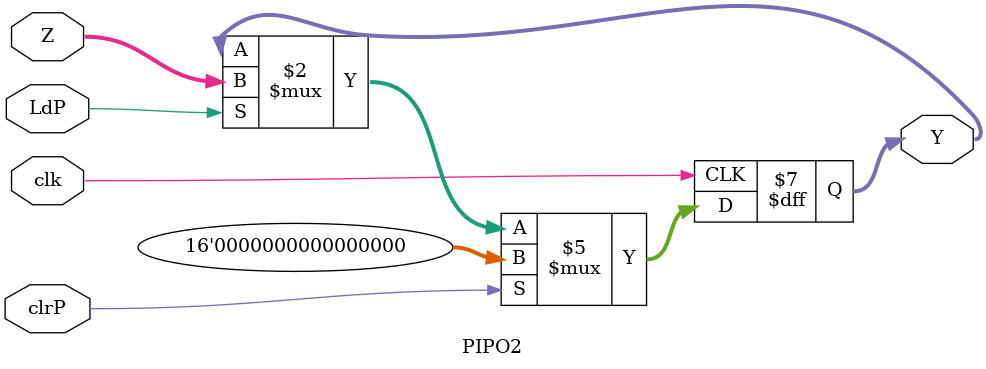
<source format=v>
module PIPO2 (Y,Z, LdP,clrP, clk);
input [15:0] Z;
input LdP, clrP, clk;
output reg [15:0] Y;
always @(posedge clk)
if (clrP) 
  Y <= 16'b0;
else if (LdP) 
  Y <= Z;//Y, Z, LdP, clrP, clk
endmodule

</source>
